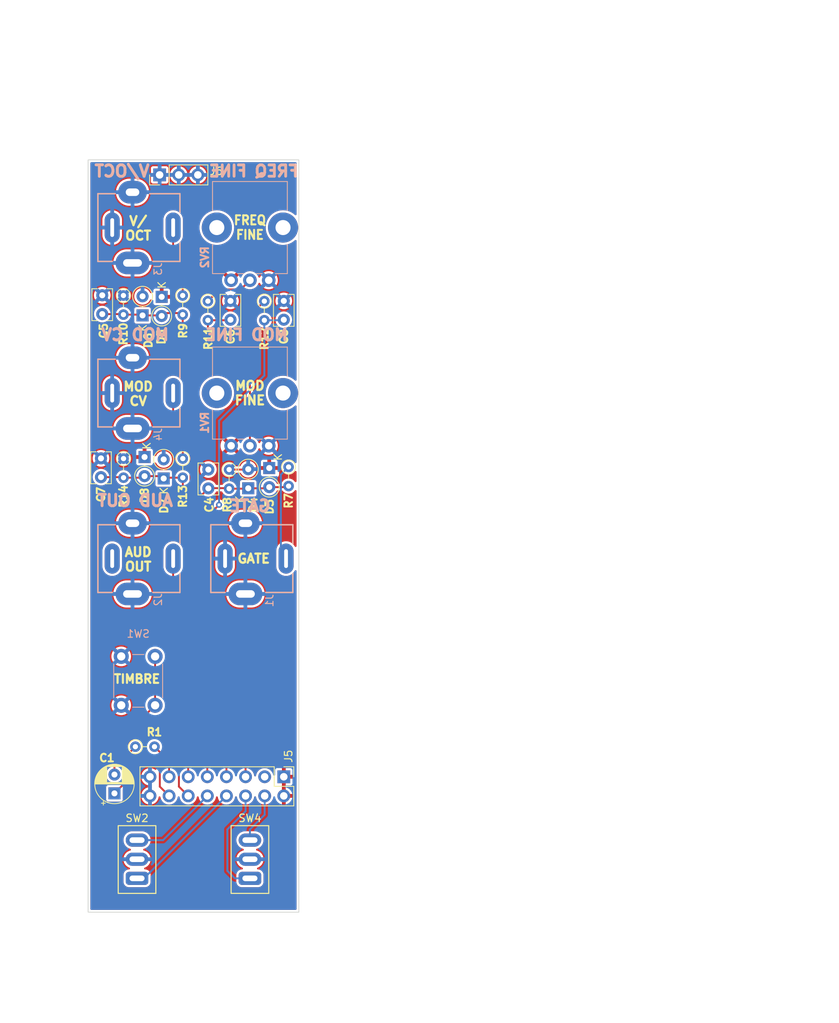
<source format=kicad_pcb>
(kicad_pcb (version 20211014) (generator pcbnew)
  (title_block (title "VCO CONTROLS PANEL") (date "2022-09-21") (rev "1") (company "LAND BOARDS, LLC"))
  (layers (0 "F.Cu" signal) (31 "B.Cu" signal) (34 "B.Paste" user) (35 "F.Paste" user) (36 "B.SilkS" user "B.Silkscreen") (37 "F.SilkS" user "F.Silkscreen") (38 "B.Mask" user) (39 "F.Mask" user) (44 "Edge.Cuts" user))
  (net 0 "")
  (net 1 "GND")
  (net 2 "+3V3")
  (net 3 "Net-(C1-Pad2)")
  (net 4 "/GATE_CTL")
  (net 5 "/FREQ_POT")
  (net 6 "/VPEROCT_CV")
  (net 7 "/MOD_POT")
  (net 8 "/MOD_CV")
  (net 9 "/AUD_OUT")
  (net 10 "/TIMBRE_PB")
  (net 11 "/MODE_UP_PB")
  (net 12 "/MODE_DN_PB")
  (net 13 "/CV")
  (net 14 "/GATE")
  (net 15 "/OCT_UP_PB")
  (net 16 "Net-(C1-Pad1)")
  (net 17 "/OCT_DN_PB")
  (net 18 "/V_OCT")
  (net 20 "/MOD_FINE")
  (net 21 "/FREQ_FINE")
  (footprint "Resistor_THT:R_Axial_DIN0204_L3.6mm_D1.6mm_P2.54mm_Vertical" (layer "F.Cu") (at 26.638315 40.821685 -90)
    (fp_text reference "R7" (at 4.5 0 90) (layer "F.SilkS") (effects (font (size 1.016 1.016) (thickness 0.254))))
    (fp_text value "220K")
    (fp_line (start 0.92 0) (end 1.54 0) (layer "F.SilkS") (width 0.12))
    (fp_circle (center 0 0) (end 0.92 0) (layer "F.SilkS") (width 0.12) (fill none))
    (pad "1" thru_hole circle (at 0 0 270) (size 1.4 1.4) (drill 0.7) (layers *.Cu *.Mask) (net 14 "/GATE"))
    (pad "2" thru_hole oval (at 2.54 0 270) (size 1.4 1.4) (drill 0.7) (layers *.Cu *.Mask) (net 4 "/GATE_CTL"))
  )
  (footprint "Diode_THT:D_DO-35_SOD27_P2.54mm_Vertical_KathodeUp" (layer "F.Cu") (at 9.7725 18.210001 -90)
    (fp_text reference "D5" (at 5.311372 0.04 90) (layer "F.SilkS") (effects (font (size 1.016 1.016) (thickness 0.254))))
    (fp_text value "BAT41")
    (fp_text user "K" (at -1.581001 -0.043 90) (layer "F.SilkS"))
    (fp_line (start 1.213629 0) (end 1.1 0) (layer "F.SilkS") (width 0.12))
    (fp_circle (center 2.54 0) (end 3.866371 0) (layer "F.SilkS") (width 0.12) (fill none))
    (pad "1" thru_hole rect (at 0 0 270) (size 1.6 1.6) (drill 0.8) (layers *.Cu *.Mask) (net 2 "+3V3"))
    (pad "2" thru_hole oval (at 2.54 0 270) (size 1.6 1.6) (drill 0.8) (layers *.Cu *.Mask) (net 6 "/VPEROCT_CV"))
  )
  (footprint "Diode_THT:D_DO-35_SOD27_P2.54mm_Vertical_KathodeUp" (layer "F.Cu") (at 7.5 39.5 -90)
    (fp_text reference "D8" (at 5.108685 0 90) (layer "F.SilkS") (effects (font (size 1.016 1.016) (thickness 0.254))))
    (fp_text value "BAT41")
    (fp_text user "K" (at -1.495315 -0.301 90) (layer "F.SilkS"))
    (fp_line (start 1.213629 0) (end 1.1 0) (layer "F.SilkS") (width 0.12))
    (fp_circle (center 2.54 0) (end 3.866371 0) (layer "F.SilkS") (width 0.12) (fill none))
    (pad "1" thru_hole rect (at 0 0 270) (size 1.6 1.6) (drill 0.8) (layers *.Cu *.Mask) (net 2 "+3V3"))
    (pad "2" thru_hole oval (at 2.54 0 270) (size 1.6 1.6) (drill 0.8) (layers *.Cu *.Mask) (net 8 "/MOD_CV"))
  )
  (footprint "LandBoards_Conns:Toggle_Vert_SPDT_2.54mm spacing" (layer "F.Cu") (at 6.5 95.5 180)
    (fp_text reference "SW2" (at 0 8) (layer "F.SilkS"))
    (fp_text value "SW_SPDT_MSM")
    (fp_rect (start -2.5 -2) (end 2.5 7) (layer "F.SilkS") (width 0.15) (fill none))
    (pad "1" thru_hole roundrect (at 0 0) (size 3 1.75) (drill oval 2 0.75) (layers *.Cu *.Mask) (net 11 "/MODE_UP_PB"))
    (pad "2" thru_hole oval (at 0 2.54) (size 3 1.75) (drill oval 2 0.75) (layers *.Cu *.Mask) (net 1 "GND"))
    (pad "3" thru_hole oval (at 0 5.08) (size 3 1.75) (drill oval 2 0.75) (layers *.Cu *.Mask) (net 12 "/MODE_DN_PB"))
  )
  (footprint "Diode_THT:D_DO-35_SOD27_P2.54mm_Vertical_KathodeUp" (layer "F.Cu") (at 7.2325 20.675686 90)
    (fp_text reference "D6" (at -3.324314 0.7675 90) (layer "F.SilkS") (effects (font (size 1.016 1.016) (thickness 0.254))))
    (fp_text value "BAT41")
    (fp_text user "K" (at -1.668314 0.043 90) (layer "F.SilkS"))
    (fp_line (start 1.213629 0) (end 1.1 0) (layer "F.SilkS") (width 0.12))
    (fp_circle (center 2.54 0) (end 3.866371 0) (layer "F.SilkS") (width 0.12) (fill none))
    (pad "1" thru_hole rect (at 0 0 90) (size 1.6 1.6) (drill 0.8) (layers *.Cu *.Mask) (net 6 "/VPEROCT_CV"))
    (pad "2" thru_hole oval (at 2.54 0 90) (size 1.6 1.6) (drill 0.8) (layers *.Cu *.Mask) (net 1 "GND"))
  )
  (footprint "Resistor_THT:R_Axial_DIN0204_L3.6mm_D1.6mm_P2.54mm_Vertical" (layer "F.Cu") (at 12.58 39.705685 -90)
    (fp_text reference "R13" (at 5.03 0 90) (layer "F.SilkS") (effects (font (size 1.016 1.016) (thickness 0.254))))
    (fp_text value "22K")
    (fp_line (start 0.92 0) (end 1.54 0) (layer "F.SilkS") (width 0.12))
    (fp_circle (center 0 0) (end 0.92 0) (layer "F.SilkS") (width 0.12) (fill none))
    (pad "1" thru_hole circle (at 0 0 270) (size 1.4 1.4) (drill 0.7) (layers *.Cu *.Mask) (net 13 "/CV"))
    (pad "2" thru_hole oval (at 2.54 0 270) (size 1.4 1.4) (drill 0.7) (layers *.Cu *.Mask) (net 8 "/MOD_CV"))
  )
  (footprint "Resistor_THT:R_Axial_DIN0204_L3.6mm_D1.6mm_P2.54mm_Vertical" (layer "F.Cu") (at 23.415 18.78 -90)
    (fp_text reference "R12" (at 5 0 90) (layer "F.SilkS") (effects (font (size 1.016 1.016) (thickness 0.254))))
    (fp_text value "1K")
    (fp_line (start 0.92 0) (end 1.54 0) (layer "F.SilkS") (width 0.12))
    (fp_circle (center 0 0) (end 0.92 0) (layer "F.SilkS") (width 0.12) (fill none))
    (pad "1" thru_hole circle (at 0 0 270) (size 1.4 1.4) (drill 0.7) (layers *.Cu *.Mask) (net 20 "/MOD_FINE"))
    (pad "2" thru_hole oval (at 2.54 0 270) (size 1.4 1.4) (drill 0.7) (layers *.Cu *.Mask) (net 7 "/MOD_POT"))
  )
  (footprint "Capacitor_THT:C_Rect_L4.0mm_W2.5mm_P2.50mm" (layer "F.Cu") (at 15.975315 43.665685 90)
    (fp_text reference "C4" (at -2.186 0.122 90) (layer "F.SilkS") (effects (font (size 1.016 1.016) (thickness 0.254))))
    (fp_text value "0.01uF")
    (fp_line (start 3.37 -1.37) (end 3.37 -0.665) (layer "F.SilkS") (width 0.12))
    (fp_line (start -0.87 1.37) (end 3.37 1.37) (layer "F.SilkS") (width 0.12))
    (fp_line (start -0.87 -1.37) (end 3.37 -1.37) (layer "F.SilkS") (width 0.12))
    (fp_line (start -0.87 0.665) (end -0.87 1.37) (layer "F.SilkS") (width 0.12))
    (fp_line (start -0.87 -1.37) (end -0.87 -0.665) (layer "F.SilkS") (width 0.12))
    (fp_line (start 3.37 0.665) (end 3.37 1.37) (layer "F.SilkS") (width 0.12))
    (pad "1" thru_hole circle (at 0 0 90) (size 1.6 1.6) (drill 0.8) (layers *.Cu *.Mask) (net 4 "/GATE_CTL"))
    (pad "2" thru_hole circle (at 2.5 0 90) (size 1.6 1.6) (drill 0.8) (layers *.Cu *.Mask) (net 1 "GND"))
  )
  (footprint "Capacitor_THT:C_Rect_L4.0mm_W2.5mm_P2.50mm" (layer "F.Cu") (at 1.8775 20.5 90)
    (fp_text reference "C5" (at -2.225 0.191 90) (layer "F.SilkS") (effects (font (size 1.016 1.016) (thickness 0.254))))
    (fp_text value "0.01uF")
    (fp_line (start -0.87 -1.37) (end -0.87 -0.665) (layer "F.SilkS") (width 0.12))
    (fp_line (start 3.37 -1.37) (end 3.37 -0.665) (layer "F.SilkS") (width 0.12))
    (fp_line (start -0.87 0.665) (end -0.87 1.37) (layer "F.SilkS") (width 0.12))
    (fp_line (start 3.37 0.665) (end 3.37 1.37) (layer "F.SilkS") (width 0.12))
    (fp_line (start -0.87 1.37) (end 3.37 1.37) (layer "F.SilkS") (width 0.12))
    (fp_line (start -0.87 -1.37) (end 3.37 -1.37) (layer "F.SilkS") (width 0.12))
    (pad "1" thru_hole circle (at 0 0 90) (size 1.6 1.6) (drill 0.8) (layers *.Cu *.Mask) (net 6 "/VPEROCT_CV"))
    (pad "2" thru_hole circle (at 2.5 0 90) (size 1.6 1.6) (drill 0.8) (layers *.Cu *.Mask) (net 1 "GND"))
  )
  (footprint "LandBoards_Conns:Toggle_Vert_SPDT_2.54mm spacing" (layer "F.Cu") (at 21.5 95.5 180)
    (fp_text reference "SW4" (at 0 8) (layer "F.SilkS"))
    (fp_text value "SW_SPDT_MSM")
    (fp_rect (start -2.5 -2) (end 2.5 7) (layer "F.SilkS") (width 0.15) (fill none))
    (pad "1" thru_hole roundrect (at 0 0) (size 3 1.75) (drill oval 2 0.75) (layers *.Cu *.Mask) (net 15 "/OCT_UP_PB"))
    (pad "2" thru_hole oval (at 0 2.54) (size 3 1.75) (drill oval 2 0.75) (layers *.Cu *.Mask) (net 1 "GND"))
    (pad "3" thru_hole oval (at 0 5.08) (size 3 1.75) (drill oval 2 0.75) (layers *.Cu *.Mask) (net 17 "/OCT_DN_PB"))
  )
  (footprint "Diode_THT:D_DO-35_SOD27_P2.54mm_Vertical_KathodeUp" (layer "F.Cu") (at 21.276315 43.655685 90)
    (fp_text reference "D4" (at -2.196 0.663 90) (layer "F.SilkS") (effects (font (size 1.016 1.016) (thickness 0.254))))
    (fp_text value "BAT41")
    (fp_text user "K" (at -1.466628 -1.143 90) (layer "F.SilkS"))
    (fp_line (start 1.213629 0) (end 1.1 0) (layer "F.SilkS") (width 0.12))
    (fp_circle (center 2.54 0) (end 3.866371 0) (layer "F.SilkS") (width 0.12) (fill none))
    (pad "1" thru_hole rect (at 0 0 90) (size 1.6 1.6) (drill 0.8) (layers *.Cu *.Mask) (net 4 "/GATE_CTL"))
    (pad "2" thru_hole oval (at 2.54 0 90) (size 1.6 1.6) (drill 0.8) (layers *.Cu *.Mask) (net 1 "GND"))
  )
  (footprint "Resistor_THT:R_Axial_DIN0204_L3.6mm_D1.6mm_P2.54mm_Vertical" (layer "F.Cu") (at 18.736315 41.165685 -90)
    (fp_text reference "R8" (at 4.686 0.226 90) (layer "F.SilkS") (effects (font (size 1.016 1.016) (thickness 0.254))))
    (fp_text value "330K")
    (fp_line (start 0.92 0) (end 1.54 0) (layer "F.SilkS") (width 0.12))
    (fp_circle (center 0 0) (end 0.92 0) (layer "F.SilkS") (width 0.12) (fill none))
    (pad "1" thru_hole circle (at 0 0 270) (size 1.4 1.4) (drill 0.7) (layers *.Cu *.Mask) (net 1 "GND"))
    (pad "2" thru_hole oval (at 2.54 0 270) (size 1.4 1.4) (drill 0.7) (layers *.Cu *.Mask) (net 4 "/GATE_CTL"))
  )
  (footprint "Resistor_THT:R_Axial_DIN0204_L3.6mm_D1.6mm_P2.54mm_Vertical" (layer "F.Cu") (at 12.5665 18.03 -90)
    (fp_text reference "R9" (at 4.695 -0.043 90) (layer "F.SilkS") (effects (font (size 1.016 1.016) (thickness 0.254))))
    (fp_text value "220K")
    (fp_line (start 0.92 0) (end 1.54 0) (layer "F.SilkS") (width 0.12))
    (fp_circle (center 0 0) (end 0.92 0) (layer "F.SilkS") (width 0.12) (fill none))
    (pad "1" thru_hole circle (at 0 0 270) (size 1.4 1.4) (drill 0.7) (layers *.Cu *.Mask) (net 18 "/V_OCT"))
    (pad "2" thru_hole oval (at 2.54 0 270) (size 1.4 1.4) (drill 0.7) (layers *.Cu *.Mask) (net 6 "/VPEROCT_CV"))
  )
  (footprint "Capacitor_THT:C_Rect_L4.0mm_W2.5mm_P2.50mm" (layer "F.Cu") (at 1.71 42.175685 90)
    (fp_text reference "C7" (at -2.306 -0.005 90) (layer "F.SilkS") (effects (font (size 1.016 1.016) (thickness 0.254))))
    (fp_text value "0.01uF")
    (fp_line (start -0.87 -1.37) (end 3.37 -1.37) (layer "F.SilkS") (width 0.12))
    (fp_line (start 3.37 -1.37) (end 3.37 -0.665) (layer "F.SilkS") (width 0.12))
    (fp_line (start -0.87 0.665) (end -0.87 1.37) (layer "F.SilkS") (width 0.12))
    (fp_line (start -0.87 -1.37) (end -0.87 -0.665) (layer "F.SilkS") (width 0.12))
    (fp_line (start 3.37 0.665) (end 3.37 1.37) (layer "F.SilkS") (width 0.12))
    (fp_line (start -0.87 1.37) (end 3.37 1.37) (layer "F.SilkS") (width 0.12))
    (pad "1" thru_hole circle (at 0 0 90) (size 1.6 1.6) (drill 0.8) (layers *.Cu *.Mask) (net 8 "/MOD_CV"))
    (pad "2" thru_hole circle (at 2.5 0 90) (size 1.6 1.6) (drill 0.8) (layers *.Cu *.Mask) (net 1 "GND"))
  )
  (footprint "Diode_THT:D_DO-35_SOD27_P2.54mm_Vertical_KathodeUp" (layer "F.Cu") (at 10.04 42.351371 90)
    (fp_text reference "D7" (at -3.648629 0.047 90) (layer "F.SilkS") (effects (font (size 1.016 1.016) (thickness 0.254))))
    (fp_text value "BAT41")
    (fp_text user "K" (at -1.622314 0.047 90) (layer "F.SilkS"))
    (fp_line (start 1.213629 0) (end 1.1 0) (layer "F.SilkS") (width 0.12))
    (fp_circle (center 2.54 0) (end 3.866371 0) (layer "F.SilkS") (width 0.12) (fill none))
    (pad "1" thru_hole rect (at 0 0 90) (size 1.6 1.6) (drill 0.8) (layers *.Cu *.Mask) (net 8 "/MOD_CV"))
    (pad "2" thru_hole oval (at 2.54 0 90) (size 1.6 1.6) (drill 0.8) (layers *.Cu *.Mask) (net 1 "GND"))
  )
  (footprint "Resistor_THT:R_Axial_DIN0204_L3.6mm_D1.6mm_P2.54mm_Vertical" (layer "F.Cu") (at 6.28 78)
    (fp_text reference "R1" (at 2.525 -1.929 180) (layer "F.SilkS") (effects (font (size 1.016 1.016) (thickness 0.254))))
    (fp_text value "330")
    (fp_line (start 0.92 0) (end 1.54 0) (layer "F.SilkS") (width 0.12))
    (fp_circle (center 0 0) (end 0.92 0) (layer "F.SilkS") (width 0.12) (fill none))
    (pad "1" thru_hole circle (at 0 0) (size 1.4 1.4) (drill 0.7) (layers *.Cu *.Mask) (net 16 "Net-(C1-Pad1)"))
    (pad "2" thru_hole oval (at 2.54 0) (size 1.4 1.4) (drill 0.7) (layers *.Cu *.Mask) (net 9 "/AUD_OUT"))
  )
  (footprint "Diode_THT:D_DO-35_SOD27_P2.54mm_Vertical_KathodeUp" (layer "F.Cu") (at 24.070315 40.96 -90)
    (fp_text reference "D3" (at 5.145685 -0.028 90) (layer "F.SilkS") (effects (font (size 1.016 1.016) (thickness 0.254))))
    (fp_text value "BAT41")
    (fp_text user "K" (at -1.458315 -1.171 90) (layer "F.SilkS"))
    (fp_line (start 1.213629 0) (end 1.1 0) (layer "F.SilkS") (width 0.12))
    (fp_circle (center 2.54 0) (end 3.866371 0) (layer "F.SilkS") (width 0.12) (fill none))
    (pad "1" thru_hole rect (at 0 0 270) (size 1.6 1.6) (drill 0.8) (layers *.Cu *.Mask) (net 2 "+3V3"))
    (pad "2" thru_hole oval (at 2.54 0 270) (size 1.6 1.6) (drill 0.8) (layers *.Cu *.Mask) (net 4 "/GATE_CTL"))
  )
  (footprint "Connector_PinHeader_2.54mm:PinHeader_2x08_P2.54mm_Vertical" (layer "F.Cu") (at 26 82 -90)
    (fp_text reference "J5" (at -2.725 -0.625 90) (layer "F.SilkS"))
    (fp_text value "Conn_01x16")
    (fp_line (start -1.33 1.27) (end 1.27 1.27) (layer "F.SilkS") (width 0.12))
    (fp_line (start 3.87 -1.33) (end 3.87 19.11) (layer "F.SilkS") (width 0.12))
    (fp_line (start 1.27 -1.33) (end 3.87 -1.33) (layer "F.SilkS") (width 0.12))
    (fp_line (start -1.33 0) (end -1.33 -1.33) (layer "F.SilkS") (width 0.12))
    (fp_line (start 1.27 1.27) (end 1.27 -1.33) (layer "F.SilkS") (width 0.12))
    (fp_line (start -1.33 19.11) (end 3.87 19.11) (layer "F.SilkS") (width 0.12))
    (fp_line (start -1.33 1.27) (end -1.33 19.11) (layer "F.SilkS") (width 0.12))
    (fp_line (start -1.33 -1.33) (end 0 -1.33) (layer "F.SilkS") (width 0.12))
    (pad "1" thru_hole rect (at 0 0 270) (size 1.7 1.7) (drill 1) (layers *.Cu *.Mask) (net 2 "+3V3"))
    (pad "2" thru_hole oval (at 2.54 0 270) (size 1.7 1.7) (drill 1) (layers *.Cu *.Mask) (net 2 "+3V3"))
    (pad "3" thru_hole oval (at 0 2.54 270) (size 1.7 1.7) (drill 1) (layers *.Cu *.Mask))
    (pad "4" thru_hole oval (at 2.54 2.54 270) (size 1.7 1.7) (drill 1) (layers *.Cu *.Mask) (net 17 "/OCT_DN_PB"))
    (pad "5" thru_hole oval (at 0 5.08 270) (size 1.7 1.7) (drill 1) (layers *.Cu *.Mask) (net 7 "/MOD_POT"))
    (pad "6" thru_hole oval (at 2.54 5.08 270) (size 1.7 1.7) (drill 1) (layers *.Cu *.Mask) (net 15 "/OCT_UP_PB"))
    (pad "7" thru_hole oval (at 0 7.62 270) (size 1.7 1.7) (drill 1) (layers *.Cu *.Mask) (net 4 "/GATE_CTL"))
    (pad "8" thru_hole oval (at 2.54 7.62 270) (size 1.7 1.7) (drill 1) (layers *.Cu *.Mask) (net 11 "/MODE_UP_PB"))
    (pad "9" thru_hole oval (at 0 10.16 270) (size 1.7 1.7) (drill 1) (layers *.Cu *.Mask) (net 5 "/FREQ_POT"))
    (pad "10" thru_hole oval (at 2.54 10.16 270) (size 1.7 1.7) (drill 1) (layers *.Cu *.Mask) (net 12 "/MODE_DN_PB"))
    (pad "11" thru_hole oval (at 0 12.7 270) (size 1.7 1.7) (drill 1) (layers *.Cu *.Mask) (net 6 "/VPEROCT_CV"))
    (pad "12" thru_hole oval (at 2.54 12.7 270) (size 1.7 1.7) (drill 1) (layers *.Cu *.Mask) (net 8 "/MOD_CV"))
    (pad "13" thru_hole oval (at 0 15.24 270) (size 1.7 1.7) (drill 1) (layers *.Cu *.Mask) (net 9 "/AUD_OUT"))
    (pad "14" thru_hole oval (at 2.54 15.24 270) (size 1.7 1.7) (drill 1) (layers *.Cu *.Mask) (net 10 "/TIMBRE_PB"))
    (pad "15" thru_hole oval (at 0 17.78 270) (size 1.7 1.7) (drill 1) (layers *.Cu *.Mask) (net 1 "GND"))
    (pad "16" thru_hole oval (at 2.54 17.78 270) (size 1.7 1.7) (drill 1) (layers *.Cu *.Mask) (net 1 "GND"))
  )
  (footprint "Resistor_THT:R_Axial_DIN0204_L3.6mm_D1.6mm_P2.54mm_Vertical" (layer "F.Cu") (at 15.915 18.78 -90)
    (fp_text reference "R11" (at 4.977 -0.052 -90) (layer "F.SilkS") (effects (font (size 1.016 1.016) (thickness 0.254))))
    (fp_text value "1K")
    (fp_line (start 0.92 0) (end 1.54 0) (layer "F.SilkS") (width 0.12))
    (fp_circle (center 0 0) (end 0.92 0) (layer "F.SilkS") (width 0.12) (fill none))
    (pad "1" thru_hole circle (at 0 0 270) (size 1.4 1.4) (drill 0.7) (layers *.Cu *.Mask) (net 21 "/FREQ_FINE"))
    (pad "2" thru_hole oval (at 2.54 0 270) (size 1.4 1.4) (drill 0.7) (layers *.Cu *.Mask) (net 5 "/FREQ_POT"))
  )
  (footprint "Resistor_THT:R_Axial_DIN0204_L3.6mm_D1.6mm_P2.54mm_Vertical" (layer "F.Cu") (at 4.705 39.705685 -90)
    (fp_text reference "R14" (at 5.03 0 90) (layer "F.SilkS") (effects (font (size 1.016 1.016) (thickness 0.254))))
    (fp_text value "33K")
    (fp_line (start 0.92 0) (end 1.54 0) (layer "F.SilkS") (width 0.12))
    (fp_circle (center 0 0) (end 0.92 0) (layer "F.SilkS") (width 0.12) (fill none))
    (pad "1" thru_hole circle (at 0 0 270) (size 1.4 1.4) (drill 0.7) (layers *.Cu *.Mask) (net 1 "GND"))
    (pad "2" thru_hole oval (at 2.54 0 270) (size 1.4 1.4) (drill 0.7) (layers *.Cu *.Mask) (net 8 "/MOD_CV"))
  )
  (footprint "Capacitor_THT:C_Rect_L4.0mm_W2.5mm_P2.50mm" (layer "F.Cu") (at 26 21.25 90)
    (fp_text reference "C8" (at -2.25 0 90) (layer "F.SilkS") (effects (font (size 1.016 1.016) (thickness 0.254))))
    (fp_text value "0.1uF")
    (fp_line (start 3.37 0.665) (end 3.37 1.37) (layer "F.SilkS") (width 0.12))
    (fp_line (start -0.87 -1.37) (end -0.87 -0.665) (layer "F.SilkS") (width 0.12))
    (fp_line (start -0.87 1.37) (end 3.37 1.37) (layer "F.SilkS") (width 0.12))
    (fp_line (start -0.87 0.665) (end -0.87 1.37) (layer "F.SilkS") (width 0.12))
    (fp_line (start -0.87 -1.37) (end 3.37 -1.37) (layer "F.SilkS") (width 0.12))
    (fp_line (start 3.37 -1.37) (end 3.37 -0.665) (layer "F.SilkS") (width 0.12))
    (pad "1" thru_hole circle (at 0 0 90) (size 1.6 1.6) (drill 0.8) (layers *.Cu *.Mask) (net 7 "/MOD_POT"))
    (pad "2" thru_hole circle (at 2.5 0 90) (size 1.6 1.6) (drill 0.8) (layers *.Cu *.Mask) (net 1 "GND"))
  )
  (footprint "Capacitor_THT:CP_Radial_D5.0mm_P2.50mm" (layer "F.Cu") (at 3.5 84.205113 90)
    (fp_text reference "C1" (at 4.705113 -1 180) (layer "F.SilkS") (effects (font (size 1.016 1.016) (thickness 0.254))))
    (fp_text value "47uF")
    (fp_line (start 3.611 -1.098) (end 3.611 1.098) (layer "F.SilkS") (width 0.12))
    (fp_line (start 1.37 -2.578) (end 1.37 2.578) (layer "F.SilkS") (width 0.12))
    (fp_line (start 3.371 -1.5) (end 3.371 -1.04) (layer "F.SilkS") (width 0.12))
    (fp_line (start 3.291 1.04) (end 3.291 1.605) (layer "F.SilkS") (width 0.12))
    (fp_line (start 2.171 -2.414) (end 2.171 -1.04) (layer "F.SilkS") (width 0.12))
    (fp_line (start 2.731 1.04) (end 2.731 2.122) (layer "F.SilkS") (width 0.12))
    (fp_line (start 2.211 -2.398) (end 2.211 -1.04) (layer "F.SilkS") (width 0.12))
    (fp_line (start 3.371 1.04) (end 3.371 1.5) (layer "F.SilkS") (width 0.12))
    (fp_line (start 2.411 1.04) (end 2.411 2.31) (layer "F.SilkS") (width 0.12))
    (fp_line (start 1.61 -2.556) (end 1.61 -1.04) (layer "F.SilkS") (width 0.12))
    (fp_line (start 3.531 -1.251) (end 3.531 -1.04) (layer "F.SilkS") (width 0.12))
    (fp_line (start 3.771 -0.677) (end 3.771 0.677) (layer "F.SilkS") (width 0.12))
    (fp_line (start 1.57 1.04) (end 1.57 2.561) (layer "F.SilkS") (width 0.12))
    (fp_line (start 3.011 -1.901) (end 3.011 -1.04) (layer "F.SilkS") (width 0.12))
    (fp_line (start 1.45 -2.573) (end 1.45 2.573) (layer "F.SilkS") (width 0.12))
    (fp_line (start 1.77 1.04) (end 1.77 2.528) (layer "F.SilkS") (width 0.12))
    (fp_line (start 1.77 -2.528) (end 1.77 -1.04) (layer "F.SilkS") (width 0.12))
    (fp_line (start 2.051 1.04) (end 2.051 2.455) (layer "F.SilkS") (width 0.12))
    (fp_line (start 2.491 -2.268) (end 2.491 -1.04) (layer "F.SilkS") (width 0.12))
    (fp_line (start 1.81 1.04) (end 1.81 2.52) (layer "F.SilkS") (width 0.12))
    (fp_line (start 1.73 1.04) (end 1.73 2.536) (layer "F.SilkS") (width 0.12))
    (fp_line (start 2.011 1.04) (end 2.011 2.468) (layer "F.SilkS") (width 0.12))
    (fp_line (start 2.091 -2.442) (end 2.091 -1.04) (layer "F.SilkS") (width 0.12))
    (fp_line (start 3.051 1.04) (end 3.051 1.864) (layer "F.SilkS") (width 0.12))
    (fp_line (start 3.171 1.04) (end 3.171 1.743) (layer "F.SilkS") (width 0.12))
    (fp_line (start 3.251 -1.653) (end 3.251 -1.04) (layer "F.SilkS") (width 0.12))
    (fp_line (start 1.73 -2.536) (end 1.73 -1.04) (layer "F.SilkS") (width 0.12))
    (fp_line (start 2.491 1.04) (end 2.491 2.268) (layer "F.SilkS") (width 0.12))
    (fp_line (start 2.291 1.04) (end 2.291 2.365) (layer "F.SilkS") (width 0.12))
    (fp_line (start 2.291 -2.365) (end 2.291 -1.04) (layer "F.SilkS") (width 0.12))
    (fp_line (start 1.29 -2.58) (end 1.29 2.58) (layer "F.SilkS") (width 0.12))
    (fp_line (start 2.851 1.04) (end 2.851 2.035) (layer "F.SilkS") (width 0.12))
    (fp_line (start 3.491 1.04) (end 3.491 1.319) (layer "F.SilkS") (width 0.12))
    (fp_line (start -1.554775 -1.475) (end -1.054775 -1.475) (layer "F.SilkS") (width 0.12))
    (fp_line (start 2.771 -2.095) (end 2.771 -1.04) (layer "F.SilkS") (width 0.12))
    (fp_line (start 1.61 1.04) (end 1.61 2.556) (layer "F.SilkS") (width 0.12))
    (fp_line (start -1.304775 -1.725) (end -1.304775 -1.225) (layer "F.SilkS") (width 0.12))
    (fp_line (start 2.531 1.04) (end 2.531 2.247) (layer "F.SilkS") (width 0.12))
    (fp_line (start 2.691 -2.149) (end 2.691 -1.04) (layer "F.SilkS") (width 0.12))
    (fp_line (start 3.091 -1.826) (end 3.091 -1.04) (layer "F.SilkS") (width 0.12))
    (fp_line (start 1.971 1.04) (end 1.971 2.48) (layer "F.SilkS") (width 0.12))
    (fp_line (start 2.331 1.04) (end 2.331 2.348) (layer "F.SilkS") (width 0.12))
    (fp_line (start 2.531 -2.247) (end 2.531 -1.04) (layer "F.SilkS") (width 0.12))
    (fp_line (start 1.65 -2.55) (end 1.65 -1.04) (layer "F.SilkS") (width 0.12))
    (fp_line (start 2.931 -1.971) (end 2.931 -1.04) (layer "F.SilkS") (width 0.12))
    (fp_line (start 2.931 1.04) (end 2.931 1.971) (layer "F.SilkS") (width 0.12))
    (fp_line (start 2.811 -2.065) (end 2.811 -1.04) (layer "F.SilkS") (width 0.12))
    (fp_line (start 2.411 -2.31) (end 2.411 -1.04) (layer "F.SilkS") (width 0.12))
    (fp_line (start 2.891 -2.004) (end 2.891 -1.04) (layer "F.SilkS") (width 0.12))
    (fp_line (start 2.691 1.04) (end 2.691 2.149) (layer "F.SilkS") (width 0.12))
    (fp_line (start 3.291 -1.605) (end 3.291 -1.04) (layer "F.SilkS") (width 0.12))
    (fp_line (start 2.011 -2.468) (end 2.011 -1.04) (layer "F.SilkS") (width 0.12))
    (fp_line (start 1.57 -2.561) (end 1.57 -1.04) (layer "F.SilkS") (width 0.12))
    (fp_line (start 2.451 1.04) (end 2.451 2.29) (layer "F.SilkS") (width 0.12))
    (fp_line (start 2.451 -2.29) (end 2.451 -1.04) (layer "F.SilkS") (width 0.12))
    (fp_line (start 1.33 -2.579) (end 1.33 2.579) (layer "F.SilkS") (width 0.12))
    (fp_line (start 3.411 -1.443) (end 3.411 -1.04) (layer "F.SilkS") (width 0.12))
    (fp_line (start 2.891 1.04) (end 2.891 2.004) (layer "F.SilkS") (width 0.12))
    (fp_line (start 2.811 1.04) (end 2.811 2.065) (layer "F.SilkS") (width 0.12))
    (fp_line (start 1.89 -2.501) (end 1.89 -1.04) (layer "F.SilkS") (width 0.12))
    (fp_line (start 3.251 1.04) (end 3.251 1.653) (layer "F.SilkS") (width 0.12))
    (fp_line (start 3.411 1.04) (end 3.411 1.443) (layer "F.SilkS") (width 0.12))
    (fp_line (start 1.89 1.04) (end 1.89 2.501) (layer "F.SilkS") (width 0.12))
    (fp_line (start 3.011 1.04) (end 3.011 1.901) (layer "F.SilkS") (width 0.12))
    (fp_line (start 2.211 1.04) (end 2.211 2.398) (layer "F.SilkS") (width 0.12))
    (fp_line (start 1.93 1.04) (end 1.93 2.491) (layer "F.SilkS") (width 0.12))
    (fp_line (start 1.25 -2.58) (end 1.25 2.58) (layer "F.SilkS") (width 0.12))
    (fp_line (start 2.251 -2.382) (end 2.251 -1.04) (layer "F.SilkS") (width 0.12))
    (fp_line (start 3.811 -0.518) (end 3.811 0.518) (layer "F.SilkS") (width 0.12))
    (fp_line (start 3.531 1.04) (end 3.531 1.251) (layer "F.SilkS") (width 0.12))
    (fp_line (start 3.451 -1.383) (end 3.451 -1.04) (layer "F.SilkS") (width 0.12))
    (fp_line (start 2.611 -2.2) (end 2.611 -1.04) (layer "F.SilkS") (width 0.12))
    (fp_line (start 2.051 -2.455) (end 2.051 -1.04) (layer "F.SilkS") (width 0.12))
    (fp_line (start 2.571 -2.224) (end 2.571 -1.04) (layer "F.SilkS") (width 0.12))
    (fp_line (start 1.49 1.04) (end 1.49 2.569) (layer "F.SilkS") (width 0.12))
    (fp_line (start 2.731 -2.122) (end 2.731 -1.04) (layer "F.SilkS") (width 0.12))
    (fp_line (start 3.211 1.04) (end 3.211 1.699) (layer "F.SilkS") (width 0.12))
    (fp_line (start 3.451 1.04) (end 3.451 1.383) (layer "F.SilkS") (width 0.12))
    (fp_line (start 1.81 -2.52) (end 1.81 -1.04) (layer "F.SilkS") (width 0.12))
    (fp_line (start 3.171 -1.743) (end 3.171 -1.04) (layer "F.SilkS") (width 0.12))
    (fp_line (start 1.53 1.04) (end 1.53 2.565) (layer "F.SilkS") (width 0.12))
    (fp_line (start 2.571 1.04) (end 2.571 2.224) (layer "F.SilkS") (width 0.12))
    (fp_line (start 3.131 -1.785) (end 3.131 -1.04) (layer "F.SilkS") (width 0.12))
    (fp_line (start 2.971 -1.937) (end 2.971 -1.04) (layer "F.SilkS") (width 0.12))
    (fp_line (start 1.41 -2.576) (end 1.41 2.576) (layer "F.SilkS") (width 0.12))
    (fp_line (start 3.051 -1.864) (end 3.051 -1.04) (layer "F.SilkS") (width 0.12))
    (fp_line (start 3.491 -1.319) (end 3.491 -1.04) (layer "F.SilkS") (width 0.12))
    (fp_line (start 1.65 1.04) (end 1.65 2.55) (layer "F.SilkS") (width 0.12))
    (fp_line (start 2.251 1.04) (end 2.251 2.382) (layer "F.SilkS") (width 0.12))
    (fp_line (start 1.971 -2.48) (end 1.971 -1.04) (layer "F.SilkS") (width 0.12))
    (fp_line (start 2.651 -2.175) (end 2.651 -1.04) (layer "F.SilkS") (width 0.12))
    (fp_line (start 1.93 -2.491) (end 1.93 -1.04) (layer "F.SilkS") (width 0.12))
    (fp_line (start 3.131 1.04) (end 3.131 1.785) (layer "F.SilkS") (width 0.12))
    (fp_line (start 3.091 1.04) (end 3.091 1.826) (layer "F.SilkS") (width 0.12))
    (fp_line (start 3.211 -1.699) (end 3.211 -1.04) (layer "F.SilkS") (width 0.12))
    (fp_line (start 2.131 -2.428) (end 2.131 -1.04) (layer "F.SilkS") (width 0.12))
    (fp_line (start 2.971 1.04) (end 2.971 1.937) (layer "F.SilkS") (width 0.12))
    (fp_line (start 1.69 1.04) (end 1.69 2.543) (layer "F.SilkS") (width 0.12))
    (fp_line (start 1.53 -2.565) (end 1.53 -1.04) (layer "F.SilkS") (width 0.12))
    (fp_line (start 2.371 -2.329) (end 2.371 -1.04) (layer "F.SilkS") (width 0.12))
    (fp_line (start 1.85 1.04) (end 1.85 2.511) (layer "F.SilkS") (width 0.12))
    (fp_line (start 2.611 1.04) (end 2.611 2.2) (layer "F.SilkS") (width 0.12))
    (fp_line (start 1.85 -2.511) (end 1.85 -1.04) (layer "F.SilkS") (width 0.12))
    (fp_line (start 1.69 -2.543) (end 1.69 -1.04) (layer "F.SilkS") (width 0.12))
    (fp_line (start 3.331 1.04) (end 3.331 1.554) (layer "F.SilkS") (width 0.12))
    (fp_line (start 3.331 -1.554) (end 3.331 -1.04) (layer "F.SilkS") (width 0.12))
    (fp_line (start 2.331 -2.348) (end 2.331 -1.04) (layer "F.SilkS") (width 0.12))
    (fp_line (start 3.691 -0.915) (end 3.691 0.915) (layer "F.SilkS") (width 0.12))
    (fp_line (start 3.651 -1.011) (end 3.651 1.011) (layer "F.SilkS") (width 0.12))
    (fp_line (start 2.371 1.04) (end 2.371 2.329) (layer "F.SilkS") (width 0.12))
    (fp_line (start 2.851 -2.035) (end 2.851 -1.04) (layer "F.SilkS") (width 0.12))
    (fp_line (start 3.731 -0.805) (end 3.731 0.805) (layer "F.SilkS") (width 0.12))
    (fp_line (start 3.571 -1.178) (end 3.571 1.178) (layer "F.SilkS") (width 0.12))
    (fp_line (start 2.091 1.04) (end 2.091 2.442) (layer "F.SilkS") (width 0.12))
    (fp_line (start 2.131 1.04) (end 2.131 2.428) (layer "F.SilkS") (width 0.12))
    (fp_line (start 2.771 1.04) (end 2.771 2.095) (layer "F.SilkS") (width 0.12))
    (fp_line (start 1.49 -2.569) (end 1.49 -1.04) (layer "F.SilkS") (width 0.12))
    (fp_line (start 2.171 1.04) (end 2.171 2.414) (layer "F.SilkS") (width 0.12))
    (fp_line (start 2.651 1.04) (end 2.651 2.175) (layer "F.SilkS") (width 0.12))
    (fp_line (start 3.851 -0.284) (end 3.851 0.284) (layer "F.SilkS") (width 0.12))
    (fp_circle (center 1.25 0) (end 3.87 0) (layer "F.SilkS") (width 0.12) (fill none))
    (pad "1" thru_hole rect (at 0 0 90) (size 1.6 1.6) (drill 0.8) (layers *.Cu *.Mask) (net 16 "Net-(C1-Pad1)"))
    (pad "2" thru_hole circle (at 2.5 0 90) (size 1.6 1.6) (drill 0.8) (layers *.Cu *.Mask) (net 3 "Net-(C1-Pad2)"))
  )
  (footprint "Connector_PinHeader_2.54mm:PinHeader_1x03_P2.54mm_Vertical" (layer "F.Cu") (at 9.5 2 90)
    (fp_text reference "J6" (at 0.5 7.525 180) (layer "F.SilkS"))
    (fp_text value "Conn_01x03")
    (fp_line (start -1.33 6.41) (end 1.33 6.41) (layer "F.SilkS") (width 0.12))
    (fp_line (start -1.33 -1.33) (end 0 -1.33) (layer "F.SilkS") (width 0.12))
    (fp_line (start -1.33 0) (end -1.33 -1.33) (layer "F.SilkS") (width 0.12))
    (fp_line (start -1.33 1.27) (end 1.33 1.27) (layer "F.SilkS") (width 0.12))
    (fp_line (start -1.33 1.27) (end -1.33 6.41) (layer "F.SilkS") (width 0.12))
    (fp_line (start 1.33 1.27) (end 1.33 6.41) (layer "F.SilkS") (width 0.12))
    (pad "1" thru_hole rect (at 0 0 90) (size 1.7 1.7) (drill 1) (layers *.Cu *.Mask) (net 1 "GND"))
    (pad "2" thru_hole oval (at 0 2.54 90) (size 1.7 1.7) (drill 1) (layers *.Cu *.Mask) (net 1 "GND"))
    (pad "3" thru_hole oval (at 0 5.08 90) (size 1.7 1.7) (drill 1) (layers *.Cu *.Mask) (net 1 "GND"))
  )
  (footprint "Resistor_THT:R_Axial_DIN0204_L3.6mm_D1.6mm_P2.54mm_Vertical" (layer "F.Cu") (at 4.6925 18.03 -90)
    (fp_text reference "R10" (at 5.105686 0 90) (layer "F.SilkS") (effects (font (size 1.016 1.016) (thickness 0.254))))
    (fp_text value "330K")
    (fp_line (start 0.92 0) (end 1.54 0) (layer "F.SilkS") (width 0.12))
    (fp_circle (center 0 0) (end 0.92 0) (layer "F.SilkS") (width 0.12) (fill none))
    (pad "1" thru_hole circle (at 0 0 270) (size 1.4 1.4) (drill 0.7) (layers *.Cu *.Mask) (net 1 "GND"))
    (pad "2" thru_hole oval (at 2.54 0 270) (size 1.4 1.4) (drill 0.7) (layers *.Cu *.Mask) (net 6 "/VPEROCT_CV"))
  )
  (footprint "Capacitor_THT:C_Rect_L4.0mm_W2.5mm_P2.50mm" (layer "F.Cu") (at 18.915 21.25 90)
    (fp_text reference "C6" (at -2.25 0 90) (layer "F.SilkS") (effects (font (size 1.016 1.016) (thickness 0.254))))
    (fp_text value "0.1uF")
    (fp_line (start -0.87 1.37) (end 3.37 1.37) (layer "F.SilkS") (width 0.12))
    (fp_line (start 3.37 0.665) (end 3.37 1.37) (layer "F.SilkS") (width 0.12))
    (fp_line (start -0.87 -1.37) (end 3.37 -1.37) (layer "F.SilkS") (width 0.12))
    (fp_line (start -0.87 -1.37) (end -0.87 -0.665) (layer "F.SilkS") (width 0.12))
    (fp_line (start -0.87 0.665) (end -0.87 1.37) (layer "F.SilkS") (width 0.12))
    (fp_line (start 3.37 -1.37) (end 3.37 -0.665) (layer "F.SilkS") (width 0.12))
    (pad "1" thru_hole circle (at 0 0 90) (size 1.6 1.6) (drill 0.8) (layers *.Cu *.Mask) (net 5 "/FREQ_POT"))
    (pad "2" thru_hole circle (at 2.5 0 90) (size 1.6 1.6) (drill 0.8) (layers *.Cu *.Mask) (net 1 "GND"))
  )
  (footprint "Potentiometer_THT:Potentiometer_Bourns_PTV09A-1_Single_Vertical" (layer "B.Cu") (at 19 16 90)
    (fp_text reference "RV2" (at 3.05 -3.5 90) (layer "B.SilkS") (effects (font (size 1.016 1.016) (thickness 0.254)) (justify mirror)))
    (fp_text value "10K")
    (fp_line (start 9.255 -2.47) (end 13.12 -2.47) (layer "B.SilkS") (width 0.12))
    (fp_line (start 0.88 -2.47) (end 4.745 -2.47) (layer "B.SilkS") (width 0.12))
    (fp_line (start 0.88 -0.87) (end 0.88 -2.47) (layer "B.SilkS") (width 0.12))
    (fp_line (start 0.88 4.129) (end 0.88 3.37) (layer "B.SilkS") (width 0.12))
    (fp_line (start 13.12 7.47) (end 13.12 -2.47) (layer "B.SilkS") (width 0.12))
    (fp_line (start 9.255 7.47) (end 13.12 7.47) (layer "B.SilkS") (width 0.12))
    (fp_line (start 0.88 1.629) (end 0.88 0.87) (layer "B.SilkS") (width 0.12))
    (fp_line (start 0.88 7.47) (end 0.88 5.871) (layer "B.SilkS") (width 0.12))
    (fp_line (start 0.88 7.47) (end 4.745 7.47) (layer "B.SilkS") (width 0.12))
    (pad "" np_thru_hole circle (at 7 -1.9 90) (size 4 4) (drill 2) (layers *.Cu *.Mask))
    (pad "" np_thru_hole circle (at 7 6.9 90) (size 4 4) (drill 2) (layers *.Cu *.Mask))
    (pad "1" thru_hole circle (at 0 0 90) (size 1.8 1.8) (drill 1) (layers *.Cu *.Mask) (net 2 "+3V3"))
    (pad "2" thru_hole circle (at 0 2.5 90) (size 1.8 1.8) (drill 1) (layers *.Cu *.Mask) (net 21 "/FREQ_FINE"))
    (pad "3" thru_hole circle (at 0 5 90) (size 1.8 1.8) (drill 1) (layers *.Cu *.Mask) (net 1 "GND"))
  )
  (footprint "Button_Switch_THT:SW_PUSH_6mm_H5mm" (layer "B.Cu") (at 4.4 66 -90)
    (fp_text reference "SW1" (at -3 -2.25 180) (layer "B.SilkS") (effects (justify mirror)))
    (fp_text value "SW_Push")
    (fp_line (start 1 -5.5) (end 5.5 -5.5) (layer "B.SilkS") (width 0.12))
    (fp_line (start -0.25 -1.5) (end -0.25 -3) (layer "B.SilkS") (width 0.12))
    (fp_line (start 5.5 1) (end 1 1) (layer "B.SilkS") (width 0.12))
    (fp_line (start 6.75 -3) (end 6.75 -1.5) (layer "B.SilkS") (width 0.12))
    (pad "1" thru_hole circle (at 0 0 180) (size 2 2) (drill 1.1) (layers *.Cu *.Mask) (net 1 "GND"))
    (pad "1" thru_hole circle (at 6.5 0 180) (size 2 2) (drill 1.1) (layers *.Cu *.Mask) (net 1 "GND"))
    (pad "2" thru_hole circle (at 0 -4.5 180) (size 2 2) (drill 1.1) (layers *.Cu *.Mask) (net 10 "/TIMBRE_PB"))
    (pad "2" thru_hole circle (at 6.5 -4.5 180) (size 2 2) (drill 1.1) (layers *.Cu *.Mask) (net 10 "/TIMBRE_PB"))
  )
  (footprint "AudioJacks:Jack_3.5mm_QingPu_WQP-PJ301BM_Vertical" (layer "B.Cu") (at 6.5 31 90)
    (fp_text reference "J4" (at -5.507 2.794 270) (layer "B.SilkS") (effects (justify mirror)))
    (fp_text value "PJ-301BM")
    (fp_line (start 4.5 5.7) (end 4.5 1.7) (layer "B.SilkS") (width 0.2))
    (fp_line (start 4.5 -5.2) (end 4.5 -2.9) (layer "B.SilkS") (width 0.2))
    (fp_line (start -4.5 5.7) (end -2 5.7) (layer "B.SilkS") (width 0.2))
    (fp_line (start 4.5 5.7) (end 2 5.7) (layer "B.SilkS") (width 0.2))
    (fp_line (start -4.5 5.7) (end -4.5 2.1) (layer "B.SilkS") (width 0.2))
    (fp_line (start -4.5 -5.2) (end -4.5 -3.3) (layer "B.SilkS") (width 0.2))
    (fp_line (start -4.5 -5.2) (end 4.5 -5.2) (layer "B.SilkS") (width 0.2))
    (pad "S" thru_hole oval locked (at -4.7 -0.6) (size 4.5 3) (drill oval 2.5 1) (layers *.Cu *.Mask) (net 1 "GND"))
    (pad "S" thru_hole oval locked (at 4.7 -0.6) (size 3.8 3) (drill oval 1.8 1) (layers *.Cu *.Mask) (net 1 "GND"))
    (pad "T" thru_hole oval locked (at 0 4.8 90) (size 4 2) (drill oval 2.5 0.5) (layers *.Cu *.Mask) (net 13 "/CV"))
    (pad "TN" thru_hole oval locked (at 0 -3.3 90) (size 4 2) (drill oval 2.5 0.5) (layers *.Cu *.Mask) (net 1 "GND"))
  )
  (footprint "Potentiometer_THT:Potentiometer_Bourns_PTV09A-1_Single_Vertical" (layer "B.Cu") (at 19 38 90)
    (fp_text reference "RV1" (at 3.05 -3.5 90) (layer "B.SilkS") (effects (font (size 1.016 1.016) (thickness 0.254)) (justify mirror)))
    (fp_text value "10K")
    (fp_line (start 0.88 -0.87) (end 0.88 -2.47) (layer "B.SilkS") (width 0.12))
    (fp_line (start 0.88 7.47) (end 4.745 7.47) (layer "B.SilkS") (width 0.12))
    (fp_line (start 0.88 7.47) (end 0.88 5.871) (layer "B.SilkS") (width 0.12))
    (fp_line (start 0.88 4.129) (end 0.88 3.37) (layer "B.SilkS") (width 0.12))
    (fp_line (start 9.255 -2.47) (end 13.12 -2.47) (layer "B.SilkS") (width 0.12))
    (fp_line (start 0.88 1.629) (end 0.88 0.87) (layer "B.SilkS") (width 0.12))
    (fp_line (start 0.88 -2.47) (end 4.745 -2.47) (layer "B.SilkS") (width 0.12))
    (fp_line (start 13.12 7.47) (end 13.12 -2.47) (layer "B.SilkS") (width 0.12))
    (fp_line (start 9.255 7.47) (end 13.12 7.47) (layer "B.SilkS") (width 0.12))
    (pad "" np_thru_hole circle (at 7 -1.9 90) (size 4 4) (drill 2) (layers *.Cu *.Mask))
    (pad "" np_thru_hole circle (at 7 6.9 90) (size 4 4) (drill 2) (layers *.Cu *.Mask))
    (pad "1" thru_hole circle (at 0 0 90) (size 1.8 1.8) (drill 1) (layers *.Cu *.Mask) (net 2 "+3V3"))
    (pad "2" thru_hole circle (at 0 2.5 90) (size 1.8 1.8) (drill 1) (layers *.Cu *.Mask) (net 20 "/MOD_FINE"))
    (pad "3" thru_hole circle (at 0 5 90) (size 1.8 1.8) (drill 1) (layers *.Cu *.Mask) (net 1 "GND"))
  )
  (footprint "AudioJacks:Jack_3.5mm_QingPu_WQP-PJ301BM_Vertical" (layer "B.Cu") (at 21.5 53 90)
    (fp_text reference "J1" (at -5.588 2.605 270) (layer "B.SilkS") (effects (justify mirror)))
    (fp_text value "PJ-301BM")
    (fp_line (start -4.5 -5.2) (end -4.5 -3.3) (layer "B.SilkS") (width 0.2))
    (fp_line (start 4.5 5.7) (end 4.5 1.7) (layer "B.SilkS") (width 0.2))
    (fp_line (start -4.5 -5.2) (end 4.5 -5.2) (layer "B.SilkS") (width 0.2))
    (fp_line (start -4.5 5.7) (end -4.5 2.1) (layer "B.SilkS") (width 0.2))
    (fp_line (start -4.5 5.7) (end -2 5.7) (layer "B.SilkS") (width 0.2))
    (fp_line (start 4.5 -5.2) (end 4.5 -2.9) (layer "B.SilkS") (width 0.2))
    (fp_line (start 4.5 5.7) (end 2 5.7) (layer "B.SilkS") (width 0.2))
    (pad "S" thru_hole oval locked (at 4.7 -0.6) (size 3.8 3) (drill oval 1.8 1) (layers *.Cu *.Mask) (net 1 "GND"))
    (pad "S" thru_hole oval locked (at -4.7 -0.6) (size 4.5 3) (drill oval 2.5 1) (layers *.Cu *.Mask) (net 1 "GND"))
    (pad "T" thru_hole oval locked (at 0 4.8 90) (size 4 2) (drill oval 2.5 0.5) (layers *.Cu *.Mask) (net 14 "/GATE"))
    (pad "TN" thru_hole oval locked (at 0 -3.3 90) (size 4 2) (drill oval 2.5 0.5) (layers *.Cu *.Mask) (net 1 "GND"))
  )
  (footprint "AudioJacks:Jack_3.5mm_QingPu_WQP-PJ301BM_Vertical" (layer "B.Cu") (at 6.5 9 90)
    (fp_text reference "J3" (at -5.507 2.794 270) (layer "B.SilkS") (effects (justify mirror)))
    (fp_text value "PJ-301BM")
    (fp_line (start -4.5 -5.2) (end 4.5 -5.2) (layer "B.SilkS") (width 0.2))
    (fp_line (start 4.5 -5.2) (end 4.5 -2.9) (layer "B.SilkS") (width 0.2))
    (fp_line (start 4.5 5.7) (end 4.5 1.7) (layer "B.SilkS") (width 0.2))
    (fp_line (start -4.5 5.7) (end -4.5 2.1) (layer "B.SilkS") (width 0.2))
    (fp_line (start -4.5 5.7) (end -2 5.7) (layer "B.SilkS") (width 0.2))
    (fp_line (start -4.5 -5.2) (end -4.5 -3.3) (layer "B.SilkS") (width 0.2))
    (fp_line (start 4.5 5.7) (end 2 5.7) (layer "B.SilkS") (width 0.2))
    (pad "S" thru_hole oval locked (at 4.7 -0.6) (size 3.8 3) (drill oval 1.8 1) (layers *.Cu *.Mask) (net 1 "GND"))
    (pad "S" thru_hole oval locked (at -4.7 -0.6) (size 4.5 3) (drill oval 2.5 1) (layers *.Cu *.Mask) (net 1 "GND"))
    (pad "T" thru_hole oval locked (at 0 4.8 90) (size 4 2) (drill oval 2.5 0.5) (layers *.Cu *.Mask) (net 18 "/V_OCT"))
    (pad "TN" thru_hole oval locked (at 0 -3.3 90) (size 4 2) (drill oval 2.5 0.5) (layers *.Cu *.Mask) (net 1 "GND"))
  )
  (footprint "AudioJacks:Jack_3.5mm_QingPu_WQP-PJ301BM_Vertical" (layer "B.Cu") (at 6.5 53 90)
    (fp_text reference "J2" (at -5.461 2.794 270) (layer "B.SilkS") (effects (justify mirror)))
    (fp_text value "PJ-301BM")
    (fp_line (start 4.5 5.7) (end 4.5 1.7) (layer "B.SilkS") (width 0.2))
    (fp_line (start -4.5 5.7) (end -4.5 2.1) (layer "B.SilkS") (width 0.2))
    (fp_line (start 4.5 5.7) (end 2 5.7) (layer "B.SilkS") (width 0.2))
    (fp_line (start -4.5 -5.2) (end 4.5 -5.2) (layer "B.SilkS") (width 0.2))
    (fp_line (start 4.5 -5.2) (end 4.5 -2.9) (layer "B.SilkS") (width 0.2))
    (fp_line (start -4.5 5.7) (end -2 5.7) (layer "B.SilkS") (width 0.2))
    (fp_line (start -4.5 -5.2) (end -4.5 -3.3) (layer "B.SilkS") (width 0.2))
    (pad "S" thru_hole oval locked (at 4.7 -0.6) (size 3.8 3) (drill oval 1.8 1) (layers *.Cu *.Mask) (net 1 "GND"))
    (pad "S" thru_hole oval locked (at -4.7 -0.6) (size 4.5 3) (drill oval 2.5 1) (layers *.Cu *.Mask) (net 1 "GND"))
    (pad "T" thru_hole oval locked (at 0 4.8 90) (size 4 2) (drill oval 2.5 0.5) (layers *.Cu *.Mask) (net 3 "Net-(C1-Pad2)"))
    (pad "TN" thru_hole oval locked (at 0 -3.3 90) (size 4 2) (drill oval 2.5 0.5) (layers *.Cu *.Mask))
  )
  (gr_rect (start 0 0) (end 28 100) (layer "Edge.Cuts") (width 0.1) (fill none))
  (gr_text "AUD OUT" (at 6.245 45.285685) (layer "B.SilkS") (effects (font (size 1.524 1.524) (thickness 0.381)) (justify mirror)))
  (gr_text "FREQ FINE" (at 22 1.5) (layer "B.SilkS") (effects (font (size 1.5 1.5) (thickness 0.375)) (justify mirror)))
  (gr_text "MOD FINE" (at 21.06 23.25) (layer "B.SilkS") (effects (font (size 1.5 1.5) (thickness 0.375)) (justify mirror)))
  (gr_text "MOD CV" (at 6.25 23.25) (layer "B.SilkS") (effects (font (size 1.524 1.524) (thickness 0.381)) (justify mirror)))
  (gr_text "V/OCT" (at 4.5 1.5) (layer "B.SilkS") (effects (font (size 1.524 1.524) (thickness 0.381)) (justify mirror)))
  (gr_text "GATE" (at 21.5 46) (layer "B.SilkS") (effects (font (size 1.524 1.524) (thickness 0.381)) (justify mirror)))
  (gr_text "MOD\nFINE" (at 21.5 31) (layer "F.SilkS") (effects (font (size 1.2 1.2) (thickness 0.3))))
  (gr_text "GATE" (at 22 53) (layer "F.SilkS") (effects (font (size 1.2 1.2) (thickness 0.3))))
  (gr_text "TIMBRE" (at 6.5 69) (layer "F.SilkS") (effects (font (size 1.143 1.143) (thickness 0.28575))))
  (gr_text "AUD\nOUT" (at 6.654 53.1) (layer "F.SilkS") (effects (font (size 1.2 1.2) (thickness 0.3))))
  (gr_text "V/\nOCT" (at 6.654 9.1) (layer "F.SilkS") (effects (font (size 1.2 1.2) (thickness 0.3))))
  (gr_text "MOD\nCV" (at 6.654 31.1) (layer "F.SilkS") (effects (font (size 1.2 1.2) (thickness 0.3))))
  (gr_text "FREQ\nFINE" (at 21.5 9) (layer "F.SilkS") (effects (font (size 1.2 1.1) (thickness 0.275))))
  (segment (start 18.736315 41.165685) (end 21.226315 41.165685) (width 0.25) (layer "F.Cu") (net 1))
  (segment (start 6.985 75.843293) (end 6.985 62.357) (width 0.254) (layer "F.Cu") (net 3))
  (segment (start 3.5 81.705113) (end 3.5 79.328293) (width 0.254) (layer "F.Cu") (net 3))
  (segment (start 6.985 62.357) (end 11.3 58.042) (width 0.254) (layer "F.Cu") (net 3))
  (segment (start 11.3 58.042) (end 11.3 53) (width 0.254) (layer "F.Cu") (net 3))
  (segment (start 3.5 79.328293) (end 6.985 75.843293) (width 0.254) (layer "F.Cu") (net 3))
  (segment (start 14.513551 45.127449) (end 15.975315 43.665685) (width 0.254) (layer "F.Cu") (net 4))
  (segment (start 21.276315 43.655685) (end 23.91463 43.655685) (width 0.25) (layer "F.Cu") (net 4))
  (segment (start 18.736315 43.705685) (end 21.226315 43.705685) (width 0.25) (layer "F.Cu") (net 4))
  (segment (start 24.070315 43.5) (end 26.5 43.5) (width 0.25) (layer "F.Cu") (net 4))
  (segment (start 14.513551 59.598551) (end 14.513551 45.127449) (width 0.254) (layer "F.Cu") (net 4))
  (segment (start 16.196315 43.635685) (end 18.666315 43.635685) (width 0.25) (layer "F.Cu") (net 4))
  (segment (start 18.38 82) (end 18.38 63.465) (width 0.254) (layer "F.Cu") (net 4))
  (segment (start 18.38 63.465) (end 14.513551 59.598551) (width 0.254) (layer "F.Cu") (net 4))
  (segment (start 15.915 21.32) (end 18.845 21.32) (width 0.254) (layer "F.Cu") (net 5))
  (segment (start 15.915 26.376) (end 15.915 21.32) (width 0.254) (layer "F.Cu") (net 5))
  (segment (start 14.060031 28.230969) (end 15.915 26.376) (width 0.254) (layer "F.Cu") (net 5))
  (segment (start 15.84 82) (end 15.84 62.576) (width 0.254) (layer "F.Cu") (net 5))
  (segment (start 15.84 62.576) (end 14.060031 60.796031) (width 0.254) (layer "F.Cu") (net 5))
  (segment (start 14.060031 60.796031) (end 14.060031 28.230969) (width 0.254) (layer "F.Cu") (net 5))
  (segment (start 12.5665 20.57) (end 12.5665 26.5365) (width 0.254) (layer "F.Cu") (net 6))
  (segment (start 12.5665 26.5365) (end 13.081 27.051) (width 0.254) (layer "F.Cu") (net 6))
  (segment (start 13.606511 76.979511) (end 13.3 77.286022) (width 0.254) (layer "F.Cu") (net 6))
  (segment (start 7.2325 20.675686) (end 9.461128 20.675686) (width 0.25) (layer "F.Cu") (net 6))
  (segment (start 13.081 27.051) (end 13.081 30.607) (width 0.254) (layer "F.Cu") (net 6))
  (segment (start 13.081 30.607) (end 13.606511 31.132511) (width 0.254) (layer "F.Cu") (net 6))
  (segment (start 9.7725 20.364314) (end 12.360814 20.364314) (width 0.25) (layer "F.Cu") (net 6))
  (segment (start 13.3 77.286022) (end 13.3 82) (width 0.254) (layer "F.Cu") (net 6))
  (segment (start 4.6925 20.57) (end 7.126814 20.57) (width 0.25) (layer "F.Cu") (net 6))
  (segment (start 13.606511 31.132511) (end 13.606511 76.979511) (width 0.254) (layer "F.Cu") (net 6))
  (segment (start 1.8775 20.5) (end 4.6225 20.5) (width 0.25) (layer "F.Cu") (net 6))
  (segment (start 14.967071 48.278929) (end 17.399 45.847) (width 0.254) (layer "F.Cu") (net 7))
  (segment (start 20.92 64.481) (end 14.967071 58.528071) (width 0.254) (layer "F.Cu") (net 7))
  (segment (start 20.92 82) (end 20.92 64.481) (width 0.254) (layer "F.Cu") (net 7))
  (segment (start 14.967071 58.528071) (end 14.967071 48.278929) (width 0.254) (layer "F.Cu") (net 7))
  (via (at 17.399 45.847) (size 0.8) (drill 0.4) (layers "F.Cu" "B.Cu") (net 7))
  (segment (start 23.415 21.32) (end 23.415 28.655) (width 0.254) (layer "B.Cu") (net 7))
  (segment (start 23.415 28.655) (end 17.399 34.671) (width 0.254) (layer "B.Cu") (net 7))
  (segment (start 23.415 21.32) (end 25.93 21.32) (width 0.254) (layer "B.Cu") (net 7))
  (segment (start 17.399 34.671) (end 17.399 45.847) (width 0.254) (layer "B.Cu") (net 7))
  (segment (start 12.58 49.516018) (end 12.837491 49.773509) (width 0.25) (layer "F.Cu") (net 8))
  (segment (start 4.705 42.245685) (end 7.294315 42.245685) (width 0.25) (layer "F.Cu") (net 8))
  (segment (start 13.152991 56.062009) (end 13.152991 50.089009) (width 0.254) (layer "F.Cu") (net 8))
  (segment (start 12.065 83.305) (end 12.065 61.087) (width 0.254) (layer "F.Cu") (net 8))
  (segment (start 12.065 57.15) (end 13.152991 56.062009) (width 0.254) (layer "F.Cu") (net 8))
  (segment (start 2.165 42.175685) (end 4.635 42.175685) (width 0.25) (layer "F.Cu") (net 8))
  (segment (start 13.3 84.54) (end 12.065 83.305) (width 0.254) (layer "F.Cu") (net 8))
  (segment (start 7.5 42.04) (end 9.728629 42.04) (width 0.25) (layer "F.Cu") (net 8))
  (segment (start 12.065 61.087) (end 12.065 57.15) (width 0.254) (layer "F.Cu") (net 8))
  (segment (start 12.58 42.245685) (end 10.145686 42.245685) (width 0.25) (layer "F.Cu") (net 8))
  (segment (start 13.154991 57.838009) (end 12.065 58.928) (width 0.25) (layer "F.Cu") (net 8))
  (segment (start 12.58 42.245685) (end 12.58 49.516018) (width 0.25) (layer "F.Cu") (net 8))
  (segment (start 12.065 61.087) (end 12.065 58.928) (width 0.254) (layer "F.Cu") (net 8))
  (segment (start 13.152991 50.089009) (end 12.837491 49.773509) (width 0.254) (layer "F.Cu") (net 8))
  (segment (start 12.837491 49.773509) (end 13.154991 50.091009) (width 0.25) (layer "F.Cu") (net 8))
  (segment (start 10.76 79.94) (end 8.82 78) (width 0.254) (layer "F.Cu") (net 9))
  (segment (start 10.76 82) (end 10.76 79.94) (width 0.254) (layer "F.Cu") (net 9))
  (segment (start 10.76 84.54) (end 9.525 83.305) (width 0.254) (layer "F.Cu") (net 10))
  (segment (start 9.525 80.645) (end 7.62 78.74) (width 0.254) (layer "F.Cu") (net 10))
  (segment (start 8.9 66) (end 8.9 72.5) (width 0.254) (layer "F.Cu") (net 10))
  (segment (start 7.62 73.78) (end 8.9 72.5) (width 0.254) (layer "F.Cu") (net 10))
  (segment (start 9.525 83.305) (end 9.525 80.645) (width 0.254) (layer "F.Cu") (net 10))
  (segment (start 7.62 78.74) (end 7.62 73.78) (width 0.254) (layer "F.Cu") (net 10))
  (segment (start 18.38 84.54) (end 7.42 95.5) (width 0.254) (layer "B.Cu") (net 11))
  (segment (start 7.42 95.5) (end 6.5 95.5) (width 0.254) (layer "B.Cu") (net 11))
  (segment (start 15.84 84.54) (end 9.96 90.42) (width 0.254) (layer "B.Cu") (net 12))
  (segment (start 9.96 90.42) (end 6.5 90.42) (width 0.254) (layer "B.Cu") (net 12))
  (segment (start 11.3 31) (end 11.3 35.557) (width 0.254) (layer "F.Cu") (net 13))
  (segment (start 11.3 35.557) (end 12.58 36.837) (width 0.254) (layer "F.Cu") (net 13))
  (segment (start 12.58 36.837) (end 12.58 39.705685) (width 0.254) (layer "F.Cu") (net 13))
  (segment (start 26.3 53) (end 25.611804 52.311804) (width 0.254) (layer "B.Cu") (net 14))
  (segment (start 25.611804 52.311804) (end 25.611804 41.848196) (width 0.254) (layer "B.Cu") (net 14))
  (segment (start 25.611804 41.848196) (end 26.638315 40.821685) (width 0.254) (layer "B.Cu") (net 14))
  (segment (start 20.92 84.54) (end 20.92 86.58) (width 0.254) (layer "B.Cu") (net 15))
  (segment (start 19.5 95.5) (end 21.5 95.5) (width 0.254) (layer "B.Cu") (net 15))
  (segment (start 18.5 94.5) (end 19.5 95.5) (width 0.254) (layer "B.Cu") (net 15))
  (segment (start 18.5 89) (end 18.5 94.5) (width 0.254) (layer "B.Cu") (net 15))
  (segment (start 20.92 86.58) (end 18.5 89) (width 0.254) (layer "B.Cu") (net 15))
  (segment (start 3.5 84.205113) (end 5.5 82.205113) (width 0.254) (layer "F.Cu") (net 16))
  (segment (start 5.5 82.205113) (end 5.5 78.78) (width 0.254) (layer "F.Cu") (net 16))
  (segment (start 5.5 78.78) (end 6.28 78) (width 0.254) (layer "F.Cu") (net 16))
  (segment (start 21.5 89) (end 21.5 90.42) (width 0.254) (layer "B.Cu") (net 17))
  (segment (start 23.46 87.04) (end 21.5 89) (width 0.254) (layer "B.Cu") (net 17))
  (segment (start 23.46 84.54) (end 23.46 87.04) (width 0.254) (layer "B.Cu") (net 17))
  (segment (start 12.5665 15.4665) (end 11.3 14.2) (width 0.254) (layer "F.Cu") (net 18))
  (segment (start 12.5665 18.03) (end 12.5665 15.4665) (width 0.254) (layer "F.Cu") (net 18))
  (segment (start 11.3 9) (end 11.3 14.2) (width 0.254) (layer "F.Cu") (net 18))
  (segment (start 21.5 20.695) (end 23.415 18.78) (width 0.254) (layer "F.Cu") (net 20))
  (segment (start 21.5 38) (end 21.5 20.695) (width 0.254) (layer "F.Cu") (net 20))
  (segment (start 20.273489 17.226511) (end 21.5 16) (width 0.254) (layer "F.Cu") (net 21))
  (segment (start 15.915 18.78) (end 17.468489 17.226511) (width 0.254) (layer "F.Cu") (net 21))
  (segment (start 17.468489 17.226511) (end 20.273489 17.226511) (width 0.254) (layer "F.Cu") (net 21))
  (zone (net 2) (net_name "+3V3") (layer "F.Cu") (connect_pads (clearance 0.3048)) (min_thickness 0.254) (fill yes (thermal_gap 0.508) (thermal_bridge_width 0.508))
    (polygon (pts (xy 28 100) (xy 0 100) (xy 0 0) (xy 28 0.019992)))
  )
  (zone (net 1) (net_name "GND") (layer "B.Cu") (connect_pads (clearance 0.3048)) (min_thickness 0.254) (fill yes (thermal_gap 0.508) (thermal_bridge_width 0.508))
    (polygon (pts (xy 28 100) (xy 0 100) (xy 0 0) (xy 28 0)))
  )
)
</source>
